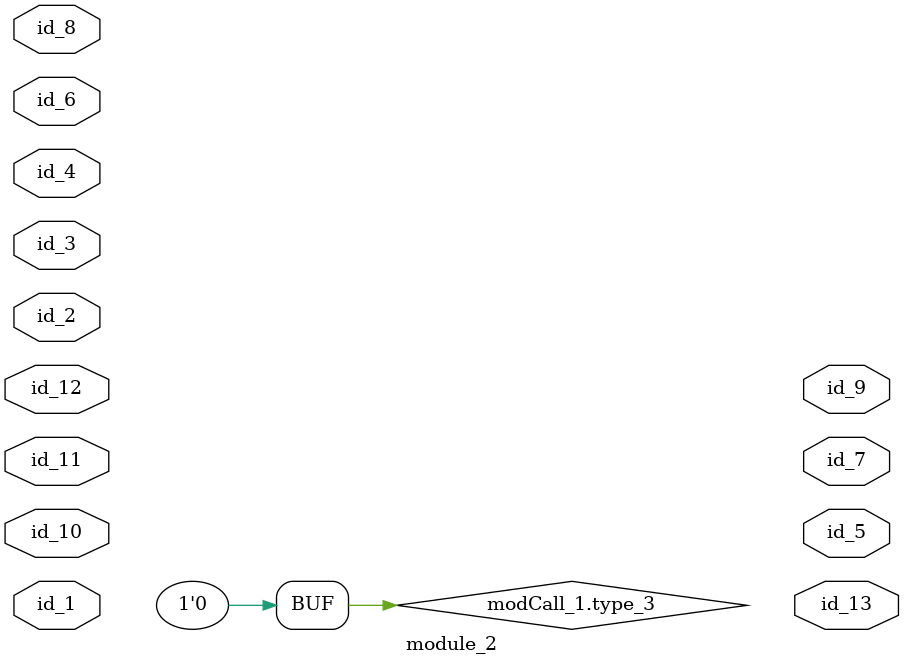
<source format=v>
module module_0;
  reg id_1;
  assign id_1 = id_1;
  assign module_1.id_1 = 0;
  always @(*) id_1 = #1 id_1;
endmodule
module module_1 ();
  assign id_1 = 1 == 1 / 1;
  module_0 modCall_1 ();
endmodule
module module_2 (
    id_1,
    id_2,
    id_3,
    id_4,
    id_5,
    id_6,
    id_7,
    id_8,
    id_9,
    id_10,
    id_11,
    id_12,
    id_13
);
  output wire id_13;
  input wire id_12;
  input wire id_11;
  inout wire id_10;
  output wire id_9;
  input wire id_8;
  output wire id_7;
  inout wire id_6;
  output wire id_5;
  inout wire id_4;
  inout wire id_3;
  inout wire id_2;
  input wire id_1;
  module_0 modCall_1 ();
  assign modCall_1.type_3 = 0;
endmodule

</source>
